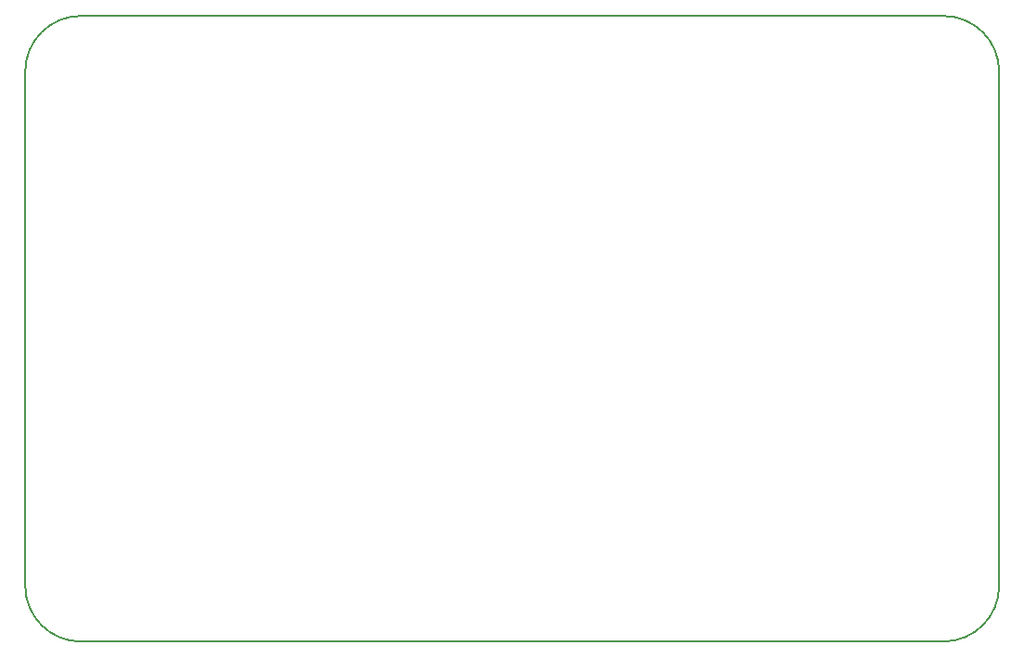
<source format=gko>
%TF.GenerationSoftware,KiCad,Pcbnew,(5.0.0-rc2-dev-279-g5b653c0c1)*%
%TF.CreationDate,2018-04-23T23:17:17+12:00*%
%TF.ProjectId,veb,7665622E6B696361645F706362000000,0.1*%
%TF.SameCoordinates,Original*%
%TF.FileFunction,Profile,NP*%
%FSLAX46Y46*%
G04 Gerber Fmt 4.6, Leading zero omitted, Abs format (unit mm)*
G04 Created by KiCad (PCBNEW (5.0.0-rc2-dev-279-g5b653c0c1)) date 04/23/18 23:17:17*
%MOMM*%
%LPD*%
G01*
G04 APERTURE LIST*
%ADD10C,0.150000*%
G04 APERTURE END LIST*
D10*
X109220000Y-133350000D02*
X187960000Y-133350000D01*
X104140000Y-81280000D02*
X104140000Y-128270000D01*
X187960000Y-76200000D02*
X109220000Y-76200000D01*
X193040000Y-128270000D02*
X193040000Y-81280000D01*
X193040000Y-128270000D02*
G75*
G02X187960000Y-133350000I-5080000J0D01*
G01*
X187960000Y-76200000D02*
G75*
G02X193040000Y-81280000I0J-5080000D01*
G01*
X104140000Y-81280000D02*
G75*
G02X109220000Y-76200000I5080000J0D01*
G01*
X109220000Y-133350000D02*
G75*
G02X104140000Y-128270000I0J5080000D01*
G01*
M02*

</source>
